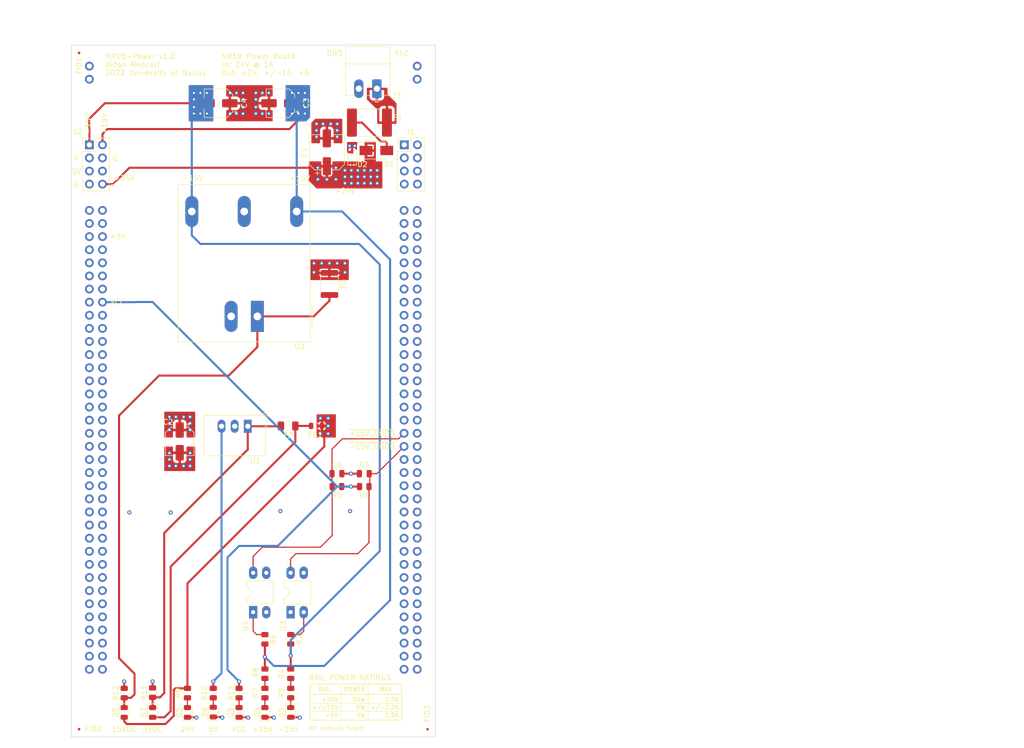
<source format=kicad_pcb>
(kicad_pcb (version 20211014) (generator pcbnew)
  (layers (0 "F.Cu" signal) (1 "In1.Cu" signal) (2 "In2.Cu" signal) (31 "B.Cu" signal) (34 "B.Paste" user) (35 "F.Paste" user) (36 "B.SilkS" user "B.Silkscreen") (37 "F.SilkS" user "F.Silkscreen") (38 "B.Mask" user) (39 "F.Mask" user) (44 "Edge.Cuts" user))
  (net 0 "")
  (net 6 "+24V")
  (net 8 "GND")
  (net 18 "+5V")
  (net 19 "+15V")
  (net 21 "-15V")
  (net 48 "Net-(D1-Pad2)")
  (net 59 "Net-(D3-Pad1)")
  (net 70 "Net-(D7-Pad1)")
  (net 71 "Net-(D7-Pad2)")
  (net 80 "Net-(D4-Pad2)")
  (net 91 "Net-(D5-Pad2)")
  (net 106 "Net-(D8-Pad1)")
  (net 108 "Net-(R3-Pad1)")
  (net 110 "Net-(D6-Pad2)")
  (net 125 "Net-(R2-Pad1)")
  (net 134 "Net-(R7-Pad1)")
  (net 142 "Net-(D9-Pad2)")
  (net 143 "/24VIN")
  (net 152 "Net-(R6-Pad1)")
  (net 153 "VCC")
  (net 154 "/~{-15V_GOOD}")
  (net 156 "/~{+15V_GOOD}")
  (footprint "Capacitor_SMD:C_0805_2012Metric" (layer "F.Cu") (at 216.25 163 180)
    (fp_text reference "C5")
    (fp_text value "0.1uF")
  )
  (footprint "Connector_PinHeader_2.54mm:PinHeader_2x04_P2.54mm_Vertical" (layer "F.Cu") (at 163 99.3)
    (fp_text reference "J2")
    (fp_text value "0.1\" Female long-tail")
  )
  (footprint "Package_DIP:DIP-4_W7.62mm_LongPads" (layer "F.Cu") (at 194.725 189.825 90)
    (fp_text reference "U4")
    (fp_text value "VO615A")
  )
  (footprint "NISoC-Socket:ST_Morpho_Connector_144_STLink_MountingHoles" (layer "F.Cu") (at 163 112)
    (fp_text reference "X1" hide)
    (fp_text value "NUCLEO144-ZIO")
  )
  (footprint "LED_SMD:LED_0805_2012Metric" (layer "F.Cu") (at 182 209.25 90)
    (fp_text reference "D5")
    (fp_text value "Green")
  )
  (footprint "LED_SMD:LED_0805_2012Metric" (layer "F.Cu") (at 202 209.25 -90)
    (fp_text reference "D3")
    (fp_text value "Green")
  )
  (footprint "Resistor_SMD:R_0805_2012Metric" (layer "F.Cu") (at 197 195.0875 -90)
    (fp_text reference "R6")
    (fp_text value "4.7K")
  )
  (footprint "Resistor_SMD:R_0805_2012Metric" (layer "F.Cu") (at 202 201.75 -90)
    (fp_text reference "R4")
    (fp_text value "4.7K")
  )
  (footprint "Capacitor_SMD:CP_Elec_5x5.3" (layer "F.Cu") (at 200 91.25 180)
    (fp_text reference "C3")
    (fp_text value "22uF")
  )
  (footprint "Inductor_SMD:L_0805_2012Metric" (layer "F.Cu") (at 207 153.75 180)
    (fp_text reference "FB1")
    (fp_text value "30@100MHz")
  )
  (footprint "Fuse:Fuse_2920_7451Metric" (layer "F.Cu") (at 217.25 95 180)
    (fp_text reference "F1")
    (fp_text value "0.75 A")
  )
  (footprint "Resistor_SMD:R_0805_2012Metric" (layer "F.Cu") (at 169.75 205.5 90)
    (fp_text reference "R12")
    (fp_text value "12K")
  )
  (footprint "Resistor_SMD:R_0805_2012Metric" (layer "F.Cu") (at 202 205.5 -90)
    (fp_text reference "R3")
    (fp_text value "1.5K")
  )
  (footprint "Fuse:Fuse_1812_4532Metric" (layer "F.Cu") (at 209.5 126.25 -90)
    (fp_text reference "F3")
    (fp_text value "250 mA")
  )
  (footprint "Fuse:Fuse_1206_3216Metric" (layer "F.Cu") (at 201.5 153.75 180)
    (fp_text reference "F2")
    (fp_text value "200 mA")
  )
  (footprint "Fiducial:Fiducial_0.5mm_Mask1mm" (layer "F.Cu") (at 161 81.5)
    (fp_text reference "FID1")
    (fp_text value "Fiducial")
  )
  (footprint "LED_SMD:LED_0805_2012Metric" (layer "F.Cu") (at 187 209.1875 90)
    (fp_text reference "D6")
    (fp_text value "Green")
  )
  (footprint "Capacitor_SMD:CP_Elec_5x5.3" (layer "F.Cu") (at 180.5 156.75 -90)
    (fp_text reference "C2")
    (fp_text value "47uF 16V")
  )
  (footprint "Resistor_SMD:R_0805_2012Metric" (layer "F.Cu") (at 182 205.5 -90)
    (fp_text reference "R9")
    (fp_text value "4.7K")
  )
  (footprint "Converter_DCDC:Converter_DCDC_TRACO_TSR-1_THT" (layer "F.Cu") (at 193.6825 153.8175 180)
    (fp_text reference "U1")
    (fp_text value "TSR_1-2450")
  )
  (footprint "Capacitor_SMD:CP_Elec_5x5.3" (layer "F.Cu") (at 188 91.25 180)
    (fp_text reference "C4")
    (fp_text value "22uF")
  )
  (footprint "Capacitor_SMD:C_0805_2012Metric" (layer "F.Cu") (at 210.95 163)
    (fp_text reference "C6")
    (fp_text value "0.1uF")
  )
  (footprint "LED_SMD:LED_0805_2012Metric" (layer "F.Cu") (at 192 209.25 90)
    (fp_text reference "D9")
    (fp_text value "Green")
  )
  (footprint "Resistor_SMD:R_0805_2012Metric" (layer "F.Cu") (at 175.25 205.4125 90)
    (fp_text reference "R11")
    (fp_text value "12K")
  )
  (footprint "NISoC-Socket:Converter_DCDC_Meanwell_DKMW06" (layer "F.Cu") (at 195.54 132.535 180)
    (fp_text reference "U2")
    (fp_text value "DKMW06")
  )
  (footprint "Connector_Phoenix_MC:PhoenixContact_MC_1,5_2-G-3.5_1x02_P3.50mm_Horizontal" (layer "F.Cu") (at 218.695 88.4325 180)
    (fp_text reference "J3")
    (fp_text value "3.81mm Pluggable Terminal")
  )
  (footprint "Resistor_SMD:R_0805_2012Metric" (layer "F.Cu") (at 187 205.5 -90)
    (fp_text reference "R10")
    (fp_text value "1K")
  )
  (footprint "Resistor_SMD:R_0805_2012Metric" (layer "F.Cu") (at 192 205.5 -90)
    (fp_text reference "R13")
    (fp_text value "1K")
  )
  (footprint "Capacitor_SMD:CP_Elec_6.3x7.7" (layer "F.Cu") (at 209 100.75 90)
    (fp_text reference "C1")
    (fp_text value "47uF 50V")
  )
  (footprint "LED_SMD:LED_0805_2012Metric" (layer "F.Cu") (at 169.75 209.25 -90)
    (fp_text reference "D8")
    (fp_text value "Red")
  )
  (footprint "Resistor_SMD:R_0805_2012Metric" (layer "F.Cu") (at 197 205.5 -90)
    (fp_text reference "R7")
    (fp_text value "1.5K")
  )
  (footprint "Diode_SMD:D_SMA" (layer "F.Cu") (at 218.6 100.4)
    (fp_text reference "D1")
    (fp_text value "S1G")
  )
  (footprint "Resistor_SMD:R_0805_2012Metric" (layer "F.Cu") (at 197 201.75 -90)
    (fp_text reference "R8")
    (fp_text value "4.7K")
  )
  (footprint "LED_SMD:LED_0805_2012Metric" (layer "F.Cu") (at 175.25 209.25 -90)
    (fp_text reference "D7")
    (fp_text value "Red")
  )
  (footprint "Fiducial:Fiducial_0.5mm_Mask1mm" (layer "F.Cu") (at 161 212.5)
    (fp_text reference "FID2")
    (fp_text value "Fiducial")
  )
  (footprint "Resistor_SMD:R_0805_2012Metric" (layer "F.Cu") (at 210.95 165.5 180)
    (fp_text reference "R5")
    (fp_text value "4.7K")
  )
  (footprint "Resistor_SMD:R_0805_2012Metric" (layer "F.Cu") (at 216.25 165.5)
    (fp_text reference "R1")
    (fp_text value "4.7K")
  )
  (footprint "Connector_PinHeader_2.54mm:PinHeader_2x04_P2.54mm_Vertical" (layer "F.Cu") (at 224 99.3)
    (fp_text reference "J1")
    (fp_text value "0.1\" Female long-tail")
  )
  (footprint "Resistor_SMD:R_0805_2012Metric" (layer "F.Cu") (at 202 195.0875 -90)
    (fp_text reference "R2")
    (fp_text value "4.7K")
  )
  (footprint "Fiducial:Fiducial_0.5mm_Mask1mm" (layer "F.Cu") (at 228.5 212.5)
    (fp_text reference "FID3")
    (fp_text value "Fiducial")
  )
  (footprint "LED_SMD:LED_0805_2012Metric" (layer "F.Cu") (at 197 209.25 90)
    (fp_text reference "D4")
    (fp_text value "Green")
  )
  (footprint "Diode_SMD:D_SOD-323" (layer "F.Cu") (at 213.9 101.75 90)
    (fp_text reference "D2")
    (fp_text value "36V")
  )
  (footprint "Package_DIP:DIP-4_W7.62mm_LongPads" (layer "F.Cu") (at 201.975 189.825 90)
    (fp_text reference "U3")
    (fp_text value "VO615A")
  )
  (gr_line (start 223.5 207.5) (end 205.75 207.5) (layer "F.SilkS") (width 0.1))
  (gr_line (start 217 205.75) (end 217 210.75) (layer "F.SilkS") (width 0.1))
  (gr_line (start 205.75 203.75) (end 223.5 203.75) (layer "F.SilkS") (width 0.15))
  (gr_line (start 217 205.75) (end 217 203.75) (layer "F.SilkS") (width 0.1))
  (gr_line (start 205.75 209) (end 223.5 209) (layer "F.SilkS") (width 0.1))
  (gr_line (start 205.75 205.75) (end 205.75 203.75) (layer "F.SilkS") (width 0.15))
  (gr_line (start 223.5 210.75) (end 223.5 205.75) (layer "F.SilkS") (width 0.15))
  (gr_line (start 211.75 205.75) (end 211.75 210.75) (layer "F.SilkS") (width 0.1))
  (gr_line (start 223.5 205.75) (end 205.75 205.75) (layer "F.SilkS") (width 0.15))
  (gr_line (start 223.5 203.75) (end 223.5 205.75) (layer "F.SilkS") (width 0.15))
  (gr_line (start 211.75 205.75) (end 211.75 203.75) (layer "F.SilkS") (width 0.1))
  (gr_line (start 205.75 205.75) (end 205.75 210.75) (layer "F.SilkS") (width 0.15))
  (gr_line (start 167.75 107) (end 168.25 106.5) (layer "F.SilkS") (width 0.15))
  (gr_line (start 167.25 107) (end 167.75 107) (layer "F.SilkS") (width 0.15))
  (gr_line (start 205.75 210.75) (end 223.5 210.75) (layer "F.SilkS") (width 0.15))
  (gr_line (start 159.5 80) (end 230 80) (layer "Edge.Cuts") (width 0.1))
  (gr_line (start 230 214) (end 159.5 214) (layer "Edge.Cuts") (width 0.1))
  (gr_line (start 230 80) (end 230 214) (layer "Edge.Cuts") (width 0.1))
  (gr_line (start 159.5 214) (end 159.5 80) (layer "Edge.Cuts") (width 0.1))
  (gr_text "+15V" (at 166 95.25 90) (layer "F.SilkS") (effects (font (size 1 1))))
  (gr_text "VCC" (at 192 212.5) (layer "F.SilkS") (effects (font (size 1 1))))
  (gr_text "-15V" (at 183 105.75) (layer "F.SilkS") (effects (font (size 1 1))))
  (gr_text "IMAX" (at 221.75 204.75) (layer "F.SilkS") (effects (font (size 0.8 0.8)) (justify right)))
  (gr_text "NR1B-Power v1.0\nAidan Medcalf\n2022 University of Dallas" (at 166 83.75) (layer "F.SilkS") (effects (font (size 1 1)) (justify left)))
  (gr_text "1.0A" (at 223 206.75) (layer "F.SilkS") (effects (font (size 0.8 0.8)) (justify right)))
  (gr_text "~{-15V_GOOD}" (at 217.75 157.75) (layer "F.SilkS") (effects (font (size 1 1))))
  (gr_text "All outputs fused" (at 205.5 212.25) (layer "F.SilkS") (effects (font (size 0.8 0.8) (thickness 0.125)) (justify left)))
  (gr_text "24V" (at 182 212.5) (layer "F.SilkS") (effects (font (size 1 1))))
  (gr_text "6W" (at 216.5 208.25) (layer "F.SilkS") (effects (font (size 0.8 0.8)) (justify right)))
  (gr_text "5VOC" (at 175.25 212.5) (layer "F.SilkS") (effects (font (size 1 1))))
  (gr_text "5W" (at 216.5 209.75) (layer "F.SilkS") (effects (font (size 0.8 0.8)) (justify right)))
  (gr_text "15VOC" (at 169.75 212.5) (layer "F.SilkS") (effects (font (size 1 1))))
  (gr_text "1.0A" (at 223 209.75) (layer "F.SilkS") (effects (font (size 0.8 0.8)) (justify right)))
  (gr_text "GND" (at 210.5 81.5 180) (layer "F.SilkS") (effects (font (size 1 1))))
  (gr_text "+15V" (at 203.75 105.75) (layer "F.SilkS") (effects (font (size 1 1))))
  (gr_text "POWER" (at 216.5 204.75) (layer "F.SilkS") (effects (font (size 0.8 0.8)) (justify right)))
  (gr_text "+24V" (at 169.75 105.75) (layer "F.SilkS") (effects (font (size 1 1))))
  (gr_text "VCC" (at 168.5 129.75) (layer "F.SilkS") (effects (font (size 1 1))))
  (gr_text "G" (at 160.5 101.75) (layer "F.SilkS") (effects (font (size 1 1))))
  (gr_text "+24V" (at 212.5 108.25) (layer "F.SilkS") (effects (font (size 1 1))))
  (gr_text "+15V" (at 196.5 212.5) (layer "F.SilkS") (effects (font (size 1 1))))
  (gr_text "24W" (at 216.5 206.75) (layer "F.SilkS") (effects (font (size 0.8 0.8)) (justify right)))
  (gr_text "NR1B Power Board\nIn: 24V @ 1A\nOut: +24, +/-15, +5" (at 188.5 83.75) (layer "F.SilkS") (effects (font (size 1 1)) (justify left)))
  (gr_text "-15V" (at 201.5 212.5) (layer "F.SilkS") (effects (font (size 1 1))))
  (gr_text "~{+15V_GOOD}" (at 217.75 155.25) (layer "F.SilkS") (effects (font (size 1 1))))
  (gr_text "5V" (at 187 212.5) (layer "F.SilkS") (effects (font (size 1 1))))
  (gr_text "+/-0.2A" (at 223 208.25) (layer "F.SilkS") (effects (font (size 0.8 0.8)) (justify right)))
  (gr_text "+/-15V" (at 211.25 208.25) (layer "F.SilkS") (effects (font (size 0.8 0.8)) (justify right)))
  (gr_text "RAIL POWER RATINGS" (at 213.5 202.5) (layer "F.SilkS") (effects (font (size 1 1))))
  (gr_text "+5V" (at 168.5 117) (layer "F.SilkS") (effects (font (size 1 1))))
  (gr_text "+24V" (at 211.25 206.75) (layer "F.SilkS") (effects (font (size 0.8 0.8)) (justify right)))
  (gr_text "-15V" (at 162.75 95.25 90) (layer "F.SilkS") (effects (font (size 1 1))))
  (gr_text "5V" (at 160.5 104.5) (layer "F.SilkS") (effects (font (size 1 1))))
  (gr_text "24V" (at 223.5 81.5 180) (layer "F.SilkS") (effects (font (size 1 1))))
  (gr_text "+5V" (at 211.25 209.75) (layer "F.SilkS") (effects (font (size 0.8 0.8)) (justify right)))
  (gr_text "G" (at 160.5 107) (layer "F.SilkS") (effects (font (size 1 1))))
  (gr_text "G" (at 168 102) (layer "F.SilkS") (effects (font (size 1 1))))
  (gr_text "RAIL" (at 210 204.75) (layer "F.SilkS") (effects (font (size 0.8 0.8)) (justify right)))
  (segment (start 167.58 106.92) (end 170.75 103.75) (width 0.4) (layer "F.Cu") (net 6))
  (segment (start 182 184.25) (end 208.5 157.75) (width 0.4) (layer "F.Cu") (net 6))
  (segment (start 182 204.5875) (end 182 184.25) (width 0.4) (layer "F.Cu") (net 6))
  (segment (start 170.25 211.5) (end 177.75 211.5) (width 0.4) (layer "F.Cu") (net 6))
  (segment (start 208.5 157.75) (end 208.5 155.25) (width 0.4) (layer "F.Cu") (net 6))
  (segment (start 170.75 103.75) (end 207.25 103.75) (width 0.4) (layer "F.Cu") (net 6))
  (segment (start 169.75 211) (end 170.25 211.5) (width 0.4) (layer "F.Cu") (net 6))
  (segment (start 177.75 211.5) (end 179.35 209.9) (width 0.4) (layer "F.Cu") (net 6))
  (segment (start 179.35 204.9) (end 179.6625 204.5875) (width 0.4) (layer "F.Cu") (net 6))
  (segment (start 179.35 209.9) (end 179.35 204.9) (width 0.4) (layer "F.Cu") (net 6))
  (segment (start 179.6625 204.5875) (end 182 204.5875) (width 0.4) (layer "F.Cu") (net 6))
  (segment (start 165.54 106.92) (end 167.58 106.92) (width 0.4) (layer "F.Cu") (net 6))
  (segment (start 169.75 210.1875) (end 169.75 211) (width 0.4) (layer "F.Cu") (net 6))
  (via (at 212.5 105.5) (size 0.8) (drill 0.4) (layers "F.Cu" "B.Cu") (net 6))
  (via (at 217.5 106.75) (size 0.8) (drill 0.4) (layers "F.Cu" "B.Cu") (net 6))
  (via (at 212.5 122.25) (size 0.8) (drill 0.4) (layers "F.Cu" "B.Cu") (net 6))
  (via (at 213.75 106.75) (size 0.8) (drill 0.4) (layers "F.Cu" "B.Cu") (net 6))
  (via (at 213.75 105.5) (size 0.8) (drill 0.4) (layers "F.Cu" "B.Cu") (net 6))
  (via (at 212.5 124) (size 0.8) (drill 0.4) (layers "F.Cu" "B.Cu") (net 6))
  (via (at 209.5 122.25) (size 0.8) (drill 0.4) (layers "F.Cu" "B.Cu") (net 6))
  (via (at 207.75 155.25) (size 0.8) (drill 0.4) (layers "F.Cu" "B.Cu") (net 6))
  (via (at 209 106) (size 0.8) (drill 0.4) (layers "F.Cu" "B.Cu") (net 6))
  (via (at 216.25 106.75) (size 0.8) (drill 0.4) (layers "F.Cu" "B.Cu") (net 6))
  (via (at 210.75 106) (size 0.8) (drill 0.4) (layers "F.Cu" "B.Cu") (net 6))
  (via (at 207.25 106) (size 0.8) (drill 0.4) (layers "F.Cu" "B.Cu") (net 6))
  (via (at 218.75 105.5) (size 0.8) (drill 0.4) (layers "F.Cu" "B.Cu") (net 6))
  (via (at 207.25 103.75) (size 0.8) (drill 0.4) (layers "F.Cu" "B.Cu") (net 6))
  (via (at 215 104.25) (size 0.8) (drill 0.4) (layers "F.Cu" "B.Cu") (net 6))
  (via (at 207.75 152.25) (size 0.8) (drill 0.4) (layers "F.Cu" "B.Cu") (net 6))
  (via (at 218.75 104.25) (size 0.8) (drill 0.4) (layers "F.Cu" "B.Cu") (net 6))
  (via (at 211 122.25) (size 0.8) (drill 0.4) (layers "F.Cu" "B.Cu") (net 6))
  (via (at 215 106.75) (size 0.8) (drill 0.4) (layers "F.Cu" "B.Cu") (net 6))
  (via (at 206.5 124) (size 0.8) (drill 0.4) (layers "F.Cu" "B.Cu") (net 6))
  (via (at 212.5 106.75) (size 0.8) (drill 0.4) (layers "F.Cu" "B.Cu") (net 6))
  (via (at 213.75 104.25) (size 0.8) (drill 0.4) (layers "F.Cu" "B.Cu") (net 6))
  (via (at 209.25 152.25) (size 0.8) (drill 0.4) (layers "F.Cu" "B.Cu") (net 6))
  (via (at 208 122.25) (size 0.8) (drill 0.4) (layers "F.Cu" "B.Cu") (net 6))
  (via (at 216.25 105.5) (size 0.8) (drill 0.4) (layers "F.Cu" "B.Cu") (net 6))
  (via (at 209.25 153.75) (size 0.8) (drill 0.4) (layers "F.Cu" "B.Cu") (net 6))
  (via (at 206.5 122.25) (size 0.8) (drill 0.4) (layers "F.Cu" "B.Cu") (net 6))
  (via (at 216.25 104.25) (size 0.8) (drill 0.4) (layers "F.Cu" "B.Cu") (net 6))
  (via (at 217.5 104.25) (size 0.8) (drill 0.4) (layers "F.Cu" "B.Cu") (net 6))
  (via (at 215 105.5) (size 0.8) (drill 0.4) (layers "F.Cu" "B.Cu") (net 6))
  (via (at 218.75 106.75) (size 0.8) (drill 0.4) (layers "F.Cu" "B.Cu") (net 6))
  (via (at 210.75 103.75) (size 0.8) (drill 0.4) (layers "F.Cu" "B.Cu") (net 6))
  (via (at 217.5 105.5) (size 0.8) (drill 0.4) (layers "F.Cu" "B.Cu") (net 6))
  (via (at 209.25 155.25) (size 0.8) (drill 0.4) (layers "F.Cu" "B.Cu") (net 6))
  (via (at 212.5 104.25) (size 0.8) (drill 0.4) (layers "F.Cu" "B.Cu") (net 6))
  (segment (start 203.6875 210.1875) (end 203.75 210.25) (width 0.4) (layer "F.Cu") (net 8))
  (segment (start 188.625 210.125) (end 188.75 210.25) (width 0.4) (layer "F.Cu") (net 8))
  (segment (start 215.4125 163) (end 213.6625 163) (width 0.4) (layer "F.Cu") (net 8))
  (segment (start 183.6875 210.1875) (end 183.75 210.25) (width 0.4) (layer "F.Cu") (net 8))
  (segment (start 197 210.1875) (end 198.6875 210.1875) (width 0.4) (layer "F.Cu") (net 8))
  (segment (start 169.75 204.5875) (end 169.75 203.25) (width 0.4) (layer "F.Cu") (net 8))
  (segment (start 182 210.1875) (end 183.6875 210.1875) (width 0.4) (layer "F.Cu") (net 8))
  (segment (start 192 210.1875) (end 193.6875 210.1875) (width 0.4) (layer "F.Cu") (net 8))
  (segment (start 202 210.1875) (end 203.6875 210.1875) (width 0.4) (layer "F.Cu") (net 8))
  (segment (start 198.6875 210.1875) (end 198.75 210.25) (width 0.4) (layer "F.Cu") (net 8))
  (segment (start 175.25 204.5) (end 175.25 203.25) (width 0.4) (layer "F.Cu") (net 8))
  (segment (start 187 210.125) (end 188.625 210.125) (width 0.4) (layer "F.Cu") (net 8))
  (segment (start 211.8625 163) (end 213.6625 163) (width 0.4) (layer "F.Cu") (net 8))
  (segment (start 193.6875 210.1875) (end 193.75 210.25) (width 0.4) (layer "F.Cu") (net 8))
  (via (at 188.75 210.25) (size 0.8) (drill 0.4) (layers "F.Cu" "B.Cu") (net 8))
  (via (at 182.5 160.25) (size 0.8) (drill 0.4) (layers "F.Cu" "B.Cu") (net 8))
  (via (at 181.25 161.5) (size 0.8) (drill 0.4) (layers "F.Cu" "B.Cu") (net 8))
  (via (at 197.75 89.25) (size 0.8) (drill 0.4) (layers "F.Cu" "B.Cu") (net 8))
  (via (at 208.25 95.25) (size 0.8) (drill 0.4) (layers "F.Cu" "B.Cu") (net 8))
  (via (at 192.75 90.5) (size 0.8) (drill 0.4) (layers "F.Cu" "B.Cu") (net 8))
  (via (at 192.75 93.25) (size 0.8) (drill 0.4) (layers "F.Cu" "B.Cu") (net 8))
  (via (at 178.75 170.5) (size 0.8) (drill 0.4) (layers "F.Cu" "B.Cu") (net 8))
  (via (at 195.25 90.5) (size 0.8) (drill 0.4) (layers "F.Cu" "B.Cu") (net 8))
  (via (at 178.5 159) (size 0.8) (drill 0.4) (layers "F.Cu" "B.Cu") (net 8))
  (via (at 192.75 89.25) (size 0.8) (drill 0.4) (layers "F.Cu" "B.Cu") (net 8))
  (via (at 211 97.75) (size 0.8) (drill 0.4) (layers "F.Cu" "B.Cu") (net 8))
  (via (at 211 96.5) (size 0.8) (drill 0.4) (layers "F.Cu" "B.Cu") (net 8))
  (via (at 213.6625 163) (size 0.8) (drill 0.4) (layers "F.Cu" "B.Cu") (net 8))
  (via (at 169.75 203.25) (size 0.8) (drill 0.4) (layers "F.Cu" "B.Cu") (net 8))
  (via (at 190.25 93.25) (size 0.8) (drill 0.4) (layers "F.Cu" "B.Cu") (net 8))
  (via (at 190.25 89.25) (size 0.8) (drill 0.4) (layers "F.Cu" "B.Cu") (net 8))
  (via (at 170.75 170.5) (size 0.8) (drill 0.4) (layers "F.Cu" "B.Cu") (net 8))
  (via (at 178.5 160.25) (size 0.8) (drill 0.4) (layers "F.Cu" "B.Cu") (net 8))
  (via (at 183.75 210.25) (size 0.8) (drill 0.4) (layers "F.Cu" "B.Cu") (net 8))
  (via (at 192.75 92) (size 0.8) (drill 0.4) (layers "F.Cu" "B.Cu") (net 8))
  (via (at 214.4 99.5) (size 0.8) (drill 0.4) (layers "F.Cu" "B.Cu") (net 8))
  (via (at 207 97.75) (size 0.8) (drill 0.4) (layers "F.Cu" "B.Cu") (net 8))
  (via (at 196.5 89.25) (size 0.8) (drill 0.4) (layers "F.Cu" "B.Cu") (net 8))
  (via (at 178.5 161.5) (size 0.8) (drill 0.4) (layers "F.Cu" "B.Cu") (net 8))
  (via (at 182.5 161.5) (size 0.8) (drill 0.4) (layers "F.Cu" "B.Cu") (net 8))
  (via (at 213.4 99.5) (size 0.8) (drill 0.4) (layers "F.Cu" "B.Cu") (net 8))
  (via (at 179.75 161.5) (size 0.8) (drill 0.4) (layers "F.Cu" "B.Cu") (net 8))
  (via (at 211 95.25) (size 0.8) (drill 0.4) (layers "F.Cu" "B.Cu") (net 8))
  (via (at 203.75 210.25) (size 0.8) (drill 0.4) (layers "F.Cu" "B.Cu") (net 8))
  (via (at 213.5 170.25) (size 0.8) (drill 0.4) (layers "F.Cu" "B.Cu") (net 8))
  (via (at 196.5 93.25) (size 0.8) (drill 0.4) (layers "F.Cu" "B.Cu") (net 8))
  (via (at 197.75 93.25) (size 0.8) (drill 0.4) (layers "F.Cu" "B.Cu") (net 8))
  (via (at 175.25 203.25) (size 0.8) (drill 0.4) (layers "F.Cu" "B.Cu") (net 8))
  (via (at 182.5 159) (size 0.8) (drill 0.4) (layers "F.Cu" "B.Cu") (net 8))
  (via (at 198.75 210.25) (size 0.8) (drill 0.4) (layers "F.Cu" "B.Cu") (net 8))
  (via (at 200 170.25) (size 0.8) (drill 0.4) (layers "F.Cu" "B.Cu") (net 8))
  (via (at 195.25 93.25) (size 0.8) (drill 0.4) (layers "F.Cu" "B.Cu") (net 8))
  (via (at 207 96.5) (size 0.8) (drill 0.4) (layers "F.Cu" "B.Cu") (net 8))
  (via (at 193.75 210.25) (size 0.8) (drill 0.4) (layers "F.Cu" "B.Cu") (net 8))
  (via (at 209.75 95.25) (size 0.8) (drill 0.4) (layers "F.Cu" "B.Cu") (net 8))
  (via (at 207 95.25) (size 0.8) (drill 0.4) (layers "F.Cu" "B.Cu") (net 8))
  (via (at 195.25 92) (size 0.8) (drill 0.4) (layers "F.Cu" "B.Cu") (net 8))
  (via (at 191.5 89.25) (size 0.8) (drill 0.4) (layers "F.Cu" "B.Cu") (net 8))
  (via (at 191.5 93.25) (size 0.8) (drill 0.4) (layers "F.Cu" "B.Cu") (net 8))
  (via (at 195.25 89.25) (size 0.8) (drill 0.4) (layers "F.Cu" "B.Cu") (net 8))
  (segment (start 187 203.25) (end 187 204.5875) (width 0.4) (layer "F.Cu") (net 18))
  (via (at 182.5 153.25) (size 0.8) (drill 0.4) (layers "F.Cu" "B.Cu") (net 18))
  (via (at 182.5 154.5) (size 0.8) (drill 0.4) (layers "F.Cu" "B.Cu") (net 18))
  (via (at 179.75 152) (size 0.8) (drill 0.4) (layers "F.Cu" "B.Cu") (net 18))
  (via (at 182.5 152) (size 0.8) (drill 0.4) (layers "F.Cu" "B.Cu") (net 18))
  (via (at 181.25 152) (size 0.8) (drill 0.4) (layers "F.Cu" "B.Cu") (net 18))
  (via (at 178.5 153.25) (size 0.8) (drill 0.4) (layers "F.Cu" "B.Cu") (net 18))
  (via (at 178.5 152) (size 0.8) (drill 0.4) (layers "F.Cu" "B.Cu") (net 18))
  (via (at 178.5 154.5) (size 0.8) (drill 0.4) (layers "F.Cu" "B.Cu") (net 18))
  (via (at 187 203.25) (size 0.8) (drill 0.4) (layers "F.Cu" "B.Cu") (net 18))
  (segment (start 188.6025 153.8175) (end 188.6025 201.6475) (width 0.4) (layer "B.Cu") (net 18))
  (segment (start 188.6025 201.6475) (end 187 203.25) (width 0.4) (layer "B.Cu") (net 18))
  (segment (start 197 198.5) (end 197 200.8375) (width 0.4) (layer "F.Cu") (net 19))
  (segment (start 197 196) (end 197 198.5) (width 0.4) (layer "F.Cu") (net 19))
  (segment (start 203.5 94.5) (end 203.5 93.25) (width 0.4) (layer "F.Cu") (net 19))
  (segment (start 165.54 97.21) (end 166.5 96.25) (width 0.4) (layer "F.Cu") (net 19))
  (segment (start 201.75 96.25) (end 203.5 94.5) (width 0.4) (layer "F.Cu") (net 19))
  (segment (start 166.5 96.25) (end 201.75 96.25) (width 0.4) (layer "F.Cu") (net 19))
  (segment (start 165.54 99.3) (end 165.54 97.21) (width 0.4) (layer "F.Cu") (net 19))
  (via (at 204.75 92) (size 0.8) (drill 0.4) (layers "F.Cu" "B.Cu") (net 19))
  (via (at 202.25 93.25) (size 0.8) (drill 0.4) (layers "F.Cu" "B.Cu") (net 19))
  (via (at 197 198.5) (size 0.8) (drill 0.4) (layers "F.Cu" "B.Cu") (net 19))
  (via (at 203.5 89.25) (size 0.8) (drill 0.4) (layers "F.Cu" "B.Cu") (net 19))
  (via (at 203.5 93.25) (size 0.8) (drill 0.4) (layers "F.Cu" "B.Cu") (net 19))
  (via (at 204.75 89.25) (size 0.8) (drill 0.4) (layers "F.Cu" "B.Cu") (net 19))
  (via (at 204.75 93.25) (size 0.8) (drill 0.4) (layers "F.Cu" "B.Cu") (net 19))
  (via (at 202.25 89.25) (size 0.8) (drill 0.4) (layers "F.Cu" "B.Cu") (net 19))
  (via (at 204.75 90.5) (size 0.8) (drill 0.4) (layers "F.Cu" "B.Cu") (net 19))
  (segment (start 211.965 112.215) (end 221.25 121.5) (width 0.4) (layer "B.Cu") (net 19))
  (segment (start 221.25 121.5) (end 221.25 187.5) (width 0.4) (layer "B.Cu") (net 19))
  (segment (start 221.25 187.5) (end 208.5 200.25) (width 0.4) (layer "B.Cu") (net 19))
  (segment (start 203.16 112.215) (end 211.965 112.215) (width 0.4) (layer "B.Cu") (net 19))
  (segment (start 208.5 200.25) (end 198.75 200.25) (width 0.4) (layer "B.Cu") (net 19))
  (segment (start 203.16 93.59) (end 203.5 93.25) (width 0.4) (layer "B.Cu") (net 19))
  (segment (start 198.75 200.25) (end 197 198.5) (width 0.4) (layer "B.Cu") (net 19))
  (segment (start 203.16 112.215) (end 203.16 93.59) (width 0.4) (layer "B.Cu") (net 19))
  (segment (start 202 198.25) (end 202 200.8375) (width 0.4) (layer "F.Cu") (net 21))
  (segment (start 166 91.25) (end 183.25 91.25) (width 0.4) (layer "F.Cu") (net 21))
  (segment (start 163 99.3) (end 163 94.25) (width 0.4) (layer "F.Cu") (net 21))
  (segment (start 202 196) (end 202 198.25) (width 0.4) (layer "F.Cu") (net 21))
  (segment (start 163 94.25) (end 166 91.25) (width 0.4) (layer "F.Cu") (net 21))
  (via (at 184.5 93.25) (size 0.8) (drill 0.4) (layers "F.Cu" "B.Cu") (net 21))
  (via (at 183.25 93.25) (size 0.8) (drill 0.4) (layers "F.Cu" "B.Cu") (net 21))
  (via (at 202 198.25) (size 0.8) (drill 0.4) (layers "F.Cu" "B.Cu") (net 21))
  (via (at 185.75 89.25) (size 0.8) (drill 0.4) (layers "F.Cu" "B.Cu") (net 21))
  (via (at 183.25 90.5) (size 0.8) (drill 0.4) (layers "F.Cu" "B.Cu") (net 21))
  (via (at 183.25 92) (size 0.8) (drill 0.4) (layers "F.Cu" "B.Cu") (net 21))
  (via (at 185.75 93.25) (size 0.8) (drill 0.4) (layers "F.Cu" "B.Cu") (net 21))
  (via (at 183.25 89.25) (size 0.8) (drill 0.4) (layers "F.Cu" "B.Cu") (net 21))
  (via (at 184.5 89.25) (size 0.8) (drill 0.4) (layers "F.Cu" "B.Cu") (net 21))
  (segment (start 182.84 112.215) (end 182.84 116.84) (width 0.4) (layer "B.Cu") (net 21))
  (segment (start 183.4675 93.4675) (end 183.25 93.25) (width 0.4) (layer "B.Cu") (net 21))
  (segment (start 182.84 112.215) (end 182.84 93.66) (width 0.4) (layer "B.Cu") (net 21))
  (segment (start 202 195.25) (end 202 198.25) (width 0.4) (layer "B.Cu") (net 21))
  (segment (start 184.5 118.5) (end 215.25 118.5) (width 0.4) (layer "B.Cu") (net 21))
  (segment (start 215.25 118.5) (end 219.25 122.5) (width 0.4) (layer "B.Cu") (net 21))
  (segment (start 219.25 122.5) (end 219.25 178) (width 0.4) (layer "B.Cu") (net 21))
  (segment (start 182.84 116.84) (end 184.5 118.5) (width 0.4) (layer "B.Cu") (net 21))
  (segment (start 182.84 93.66) (end 183.25 93.25) (width 0.4) (layer "B.Cu") (net 21))
  (segment (start 219.25 178) (end 202 195.25) (width 0.4) (layer "B.Cu") (net 21))
  (segment (start 220.6 98.9) (end 220.6 100.4) (width 0.4) (layer "F.Cu") (net 48))
  (segment (start 220.4 98.7) (end 220.6 98.9) (width 0.4) (layer "F.Cu") (net 48))
  (segment (start 215.8 95) (end 219.5 98.7) (width 0.4) (layer "F.Cu") (net 48))
  (segment (start 219.5 98.7) (end 220.4 98.7) (width 0.4) (layer "F.Cu") (net 48))
  (segment (start 213.8625 95) (end 215.8 95) (width 0.4) (layer "F.Cu") (net 48))
  (segment (start 202 208.3125) (end 202 206.4125) (width 0.22) (layer "F.Cu") (net 59))
  (segment (start 200.0325 153.8175) (end 193.6825 153.8175) (width 0.4) (layer "F.Cu") (net 70))
  (segment (start 193.6825 158.3175) (end 193.6825 153.8175) (width 0.4) (layer "F.Cu") (net 70))
  (segment (start 176.675 206.325) (end 177.5 205.5) (width 0.4) (layer "F.Cu") (net 70))
  (segment (start 177.5 174.5) (end 193.6825 158.3175) (width 0.4) (layer "F.Cu") (net 70))
  (segment (start 175.25 206.325) (end 176.675 206.325) (width 0.4) (layer "F.Cu") (net 70))
  (segment (start 200.1 153.75) (end 200.0325 153.8175) (width 0.4) (layer "F.Cu") (net 70))
  (segment (start 175.25 206.325) (end 175.25 208.3125) (width 0.4) (layer "F.Cu") (net 70))
  (segment (start 177.5 205.5) (end 177.5 174.5) (width 0.4) (layer "F.Cu") (net 70))
  (segment (start 202.9 153.75) (end 202.9 156.85) (width 0.4) (layer "F.Cu") (net 71))
  (segment (start 177.5625 210.1875) (end 175.25 210.1875) (width 0.4) (layer "F.Cu") (net 71))
  (segment (start 202.9 156.85) (end 178.75 181) (width 0.4) (layer "F.Cu") (net 71))
  (segment (start 205.9375 153.75) (end 202.9 153.75) (width 0.4) (layer "F.Cu") (net 71))
  (segment (start 178.75 209) (end 177.5625 210.1875) (width 0.4) (layer "F.Cu") (net 71))
  (segment (start 178.75 181) (end 178.75 209) (width 0.4) (layer "F.Cu") (net 71))
  (segment (start 197 206.4125) (end 197 208.3125) (width 0.22) (layer "F.Cu") (net 80))
  (segment (start 182 206.4125) (end 182 208.3125) (width 0.22) (layer "F.Cu") (net 91))
  (segment (start 190 144) (end 176.5 144) (width 0.4) (layer "F.Cu") (net 106))
  (segment (start 195.54 138.46) (end 190 144) (width 0.4) (layer "F.Cu") (net 106))
  (segment (start 209.5 129.5) (end 206.465 132.535) (width 0.4) (layer "F.Cu") (net 106))
  (segment (start 171.0875 206.4125) (end 169.75 206.4125) (width 0.4) (layer "F.Cu") (net 106))
  (segment (start 206.465 132.535) (end 196.1675 132.535) (width 0.4) (layer "F.Cu") (net 106))
  (segment (start 195.54 132.535) (end 195.54 138.46) (width 0.4) (layer "F.Cu") (net 106))
  (segment (start 169.75 206.4125) (end 169.75 208.3125) (width 0.4) (layer "F.Cu") (net 106))
  (segment (start 209.5 129.5) (end 209.5 128.3875) (width 0.4) (layer "F.Cu") (net 106))
  (segment (start 171.75 201.75) (end 171.75 205.75) (width 0.4) (layer "F.Cu") (net 106))
  (segment (start 171.75 205.75) (end 171.0875 206.4125) (width 0.4) (layer "F.Cu") (net 106))
  (segment (start 168.75 151.75) (end 168.75 198.75) (width 0.4) (layer "F.Cu") (net 106))
  (segment (start 176.5 144) (end 168.75 151.75) (width 0.4) (layer "F.Cu") (net 106))
  (segment (start 168.75 198.75) (end 171.75 201.75) (width 0.4) (layer "F.Cu") (net 106))
  (segment (start 202 202.6625) (end 202 204.5875) (width 0.22) (layer "F.Cu") (net 108))
  (segment (start 187 206.4125) (end 187 208.25) (width 0.22) (layer "F.Cu") (net 110))
  (segment (start 203.825 194.175) (end 202 194.175) (width 0.22) (layer "F.Cu") (net 125))
  (segment (start 204.515 193.485) (end 203.825 194.175) (width 0.22) (layer "F.Cu") (net 125))
  (segment (start 204.515 189.825) (end 204.515 193.485) (width 0.22) (layer "F.Cu") (net 125))
  (segment (start 197 202.6625) (end 197 204.5875) (width 0.22) (layer "F.Cu") (net 134))
  (segment (start 192 206.4125) (end 192 208.3125) (width 0.22) (layer "F.Cu") (net 142))
  (segment (start 195.425 194.175) (end 197 194.175) (width 0.22) (layer "F.Cu") (net 152))
  (segment (start 194.725 193.475) (end 195.425 194.175) (width 0.22) (layer "F.Cu") (net 152))
  (segment (start 194.725 189.825) (end 194.725 193.475) (width 0.22) (layer "F.Cu") (net 152))
  (segment (start 215.5 165.5) (end 213.6625 165.5) (width 0.4) (layer "F.Cu") (net 153))
  (segment (start 192 203.25) (end 192 204.5875) (width 0.4) (layer "F.Cu") (net 153))
  (segment (start 211.825 165.5) (end 213.6625 165.5) (width 0.4) (layer "F.Cu") (net 153))
  (via (at 213.6625 165.5) (size 0.8) (drill 0.4) (layers "F.Cu" "B.Cu") (net 153))
  (via (at 192 203.25) (size 0.8) (drill 0.4) (layers "F.Cu" "B.Cu") (net 153))
  (segment (start 211 165.5) (end 213.6625 165.5) (width 0.4) (layer "B.Cu") (net 153))
  (segment (start 165.54 129.78) (end 171.97 129.78) (width 0.4) (layer "B.Cu") (net 153))
  (segment (start 171.97 129.78) (end 172 129.75) (width 0.4) (layer "B.Cu") (net 153))
  (segment (start 189.75 179.25) (end 189.75 201) (width 0.4) (layer "B.Cu") (net 153))
  (segment (start 192 177) (end 189.75 179.25) (width 0.4) (layer "B.Cu") (net 153))
  (segment (start 192 177) (end 199.5 177) (width 0.4) (layer "B.Cu") (net 153))
  (segment (start 175.25 129.75) (end 211 165.5) (width 0.4) (layer "B.Cu") (net 153))
  (segment (start 189.75 201) (end 192 203.25) (width 0.4) (layer "B.Cu") (net 153))
  (segment (start 172 129.75) (end 175.25 129.75) (width 0.4) (layer "B.Cu") (net 153))
  (segment (start 211 165.5) (end 199.5 177) (width 0.4) (layer "B.Cu") (net 153))
  (segment (start 218.68 163) (end 223.96 157.72) (width 0.22) (layer "F.Cu") (net 154))
  (segment (start 201.975 182.205) (end 201.975 179.525) (width 0.22) (layer "F.Cu") (net 154))
  (segment (start 201.975 179.525) (end 203 178.5) (width 0.22) (layer "F.Cu") (net 154))
  (segment (start 217.3125 163) (end 217.3125 165.4875) (width 0.22) (layer "F.Cu") (net 154))
  (segment (start 217.2 163) (end 218.68 163) (width 0.22) (layer "F.Cu") (net 154))
  (segment (start 203 178.5) (end 215 178.5) (width 0.22) (layer "F.Cu") (net 154))
  (segment (start 217.1625 176.3375) (end 217.1625 165.5) (width 0.22) (layer "F.Cu") (net 154))
  (segment (start 215 178.5) (end 217.1625 176.3375) (width 0.22) (layer "F.Cu") (net 154))
  (segment (start 194.725 182.205) (end 194.725 179.025) (width 0.22) (layer "F.Cu") (net 156))
  (segment (start 212 156.25) (end 222.89 156.25) (width 0.22) (layer "F.Cu") (net 156))
  (segment (start 194.725 179.025) (end 196.5 177.25) (width 0.22) (layer "F.Cu") (net 156))
  (segment (start 210 158.25) (end 212 156.25) (width 0.22) (layer "F.Cu") (net 156))
  (segment (start 210.0375 174.9625) (end 210.0375 165.5) (width 0.22) (layer "F.Cu") (net 156))
  (segment (start 222.89 156.25) (end 223.96 155.18) (width 0.22) (layer "F.Cu") (net 156))
  (segment (start 196.5 177.25) (end 207.75 177.25) (width 0.22) (layer "F.Cu") (net 156))
  (segment (start 210 163) (end 210 158.25) (width 0.22) (layer "F.Cu") (net 156))
  (segment (start 207.75 177.25) (end 210.0375 174.9625) (width 0.22) (layer "F.Cu") (net 156))
  (segment (start 210 165.5) (end 210 163.0375) (width 0.22) (layer "F.Cu") (net 156))
  (segment (start 210 163.0375) (end 209.9625 163) (width 0.22) (layer "F.Cu") (net 156))
  (zone (net 143) (net_name "/24VIN") (layer "F.Cu") (priority 1) (connect_pads (clearance 0.508)) (min_thickness 0.254) (fill yes (thermal_gap 0.508) (thermal_bridge_width 0.508))
    (polygon (pts (xy 220.75 89.5) (xy 222.5 91.25) (xy 222.5 95.25) (xy 218.75 95.25) (xy 218.75 92.5) (xy 216.75 90.5) (xy 216.75 88.25) (xy 220.75 88.25)))
  )
  (zone (net 19) (net_name "+15V") (layers F&B.Cu) (priority 1) (connect_pads (clearance 0.508)) (min_thickness 0.254) (fill yes (thermal_gap 0.508) (thermal_bridge_width 0.508))
    (polygon (pts (xy 201 87.75) (xy 205.75 87.75) (xy 205.75 94) (xy 205 94.75) (xy 201 94.75)))
  )
  (zone (net 8) (net_name "GND") (layer "F.Cu") (priority 1) (connect_pads (clearance 0.508)) (min_thickness 0.254) (fill yes (thermal_gap 0.508) (thermal_bridge_width 0.508))
    (polygon (pts (xy 183.5 157.75) (xy 183.5 162.5) (xy 177.5 162.5) (xy 177.5 157.75)))
  )
  (zone (net 8) (net_name "GND") (layer "F.Cu") (priority 1) (connect_pads (clearance 0.508)) (min_thickness 0.254) (fill yes (thermal_gap 0.508) (thermal_bridge_width 0.508))
    (polygon (pts (xy 198.5 94.75) (xy 189.5 94.75) (xy 189.5 87.75) (xy 198.5 87.75)))
  )
  (zone (net 8) (net_name "GND") (layer "F.Cu") (priority 1) (connect_pads (clearance 0.508)) (min_thickness 0.254) (fill yes (thermal_gap 0.508) (thermal_bridge_width 0.508))
    (polygon (pts (xy 206 99) (xy 206 95) (xy 206.75 94.25) (xy 212 94.25) (xy 212 99)))
  )
  (zone (net 6) (net_name "+24V") (layer "F.Cu") (priority 1) (connect_pads (clearance 0.254)) (min_thickness 0.254) (fill yes (thermal_gap 0.254) (thermal_bridge_width 0.508))
    (polygon (pts (xy 213.25 125.5) (xy 205.75 125.5) (xy 205.75 121.5) (xy 213.25 121.5)))
  )
  (zone (net 21) (net_name "-15V") (layers F&B.Cu) (priority 1) (connect_pads (clearance 0.508)) (min_thickness 0.254) (fill yes (thermal_gap 0.508) (thermal_bridge_width 0.508))
    (polygon (pts (xy 187 94.75) (xy 182.25 94.75) (xy 182.25 87.75) (xy 187 87.75)))
  )
  (zone (net 6) (net_name "+24V") (layer "F.Cu") (priority 1) (connect_pads (clearance 0.254)) (min_thickness 0.254) (fill yes (thermal_gap 0.254) (thermal_bridge_width 0.508))
    (polygon (pts (xy 219.75 107.75) (xy 207 107.75) (xy 205.5 106.25) (xy 205.5 102.5) (xy 216.3 102.5) (xy 216.3 98.7) (xy 218.5 98.7) (xy 218.5 102.5) (xy 219.75 102.5)))
  )
  (zone (net 8) (net_name "GND") (layer "F.Cu") (connect_pads (clearance 0.508)) (min_thickness 0.254) (fill yes (thermal_gap 0.508) (thermal_bridge_width 0.508))
    (polygon (pts (xy 214.9 101) (xy 212.9 101) (xy 212.9 98.75) (xy 214.9 98.75)))
  )
  (zone (net 18) (net_name "+5V") (layer "F.Cu") (priority 1) (connect_pads (clearance 0.508)) (min_thickness 0.254) (fill yes (thermal_gap 0.508) (thermal_bridge_width 0.508))
    (polygon (pts (xy 183.5 156) (xy 177.5 156) (xy 177.5 151) (xy 183.5 151)))
  )
  (zone (net 6) (net_name "+24V") (layer "F.Cu") (priority 1) (connect_pads (clearance 0.254)) (min_thickness 0.254) (fill yes (thermal_gap 0.254) (thermal_bridge_width 0.508))
    (polygon (pts (xy 210.75 156) (xy 207 156) (xy 207 151.5) (xy 210.75 151.5)))
  )
)
</source>
